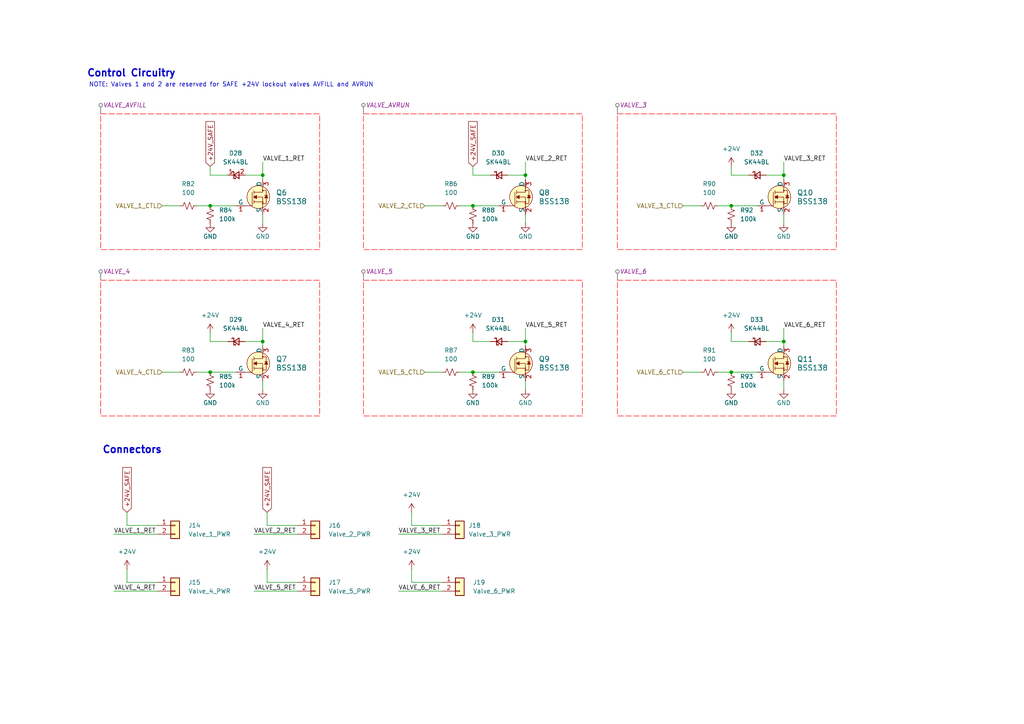
<source format=kicad_sch>
(kicad_sch (version 20250114) (generator "eeschema") (generator_version "9.0")
  (paper "A4")
  (title_block (title "Valve Control") (rev "1.0.0") (company "Queen's Rocket Engineering Team"))
  (lib_symbols
    (symbol "Connector_Generic:Conn_01x02" (pin_names (offset 1.016) (hide yes))
      (property "Reference" "J" (at 0 2.54 0))
      (property "Value" "Conn_01x02" (at 0 -5.08 0))
      (symbol "Conn_01x02_1_1"
        (rectangle (start -1.27 1.27) (end 1.27 -3.81) (stroke (width 0.254)) (fill (type background)))
        (rectangle (start -1.27 0.127) (end 0 -0.127) (stroke (width 0.1524)))
        (rectangle (start -1.27 -2.413) (end 0 -2.667) (stroke (width 0.1524)))
        (pin passive line (at -5.08 0 0) (length 3.81) (name "Pin_1") (number "1"))
        (pin passive line (at -5.08 -2.54 0) (length 3.81) (name "Pin_2") (number "2"))
      )
    )
    (symbol "D_Schottky_Small_1" (pin_names (offset 0.254) (hide yes))
      (property "Reference" "D" (at -1.27 2.032 0))
      (property "Value" "D_Schottky_Small" (at -7.112 -2.032 0))
      (symbol "D_Schottky_Small_1_0_1"
        (polyline (pts (xy -1.27 0.762) (xy -1.27 1.016) (xy -0.762 1.016) (xy -0.762 -1.016) (xy -0.254 -1.016) (xy -0.254 -0.762)) (stroke (width 0.254)))
        (polyline (pts (xy -0.762 0) (xy 0.762 0)))
        (polyline (pts (xy 0.762 -1.016) (xy -0.762 0) (xy 0.762 1.016) (xy 0.762 -1.016)) (stroke (width 0.254)))
      )
      (symbol "D_Schottky_Small_1_1_1"
        (pin passive line (at -2.54 0 0) (length 1.778) (name "K") (number "1"))
        (pin passive line (at 2.54 0 180) (length 1.778) (name "A") (number "2"))
      )
    )
    (symbol "Device:D_Schottky_Small" (pin_numbers (hide yes)) (pin_names (offset 0.254) (hide yes))
      (property "Reference" "D" (at -1.27 2.032 0))
      (property "Value" "D_Schottky_Small" (at -7.112 -2.032 0))
      (symbol "D_Schottky_Small_0_1"
        (polyline (pts (xy -1.27 0.762) (xy -1.27 1.016) (xy -0.762 1.016) (xy -0.762 -1.016) (xy -0.254 -1.016) (xy -0.254 -0.762)) (stroke (width 0.254)))
        (polyline (pts (xy -0.762 0) (xy 0.762 0)))
        (polyline (pts (xy 0.762 -1.016) (xy -0.762 0) (xy 0.762 1.016) (xy 0.762 -1.016)) (stroke (width 0.254)))
      )
      (symbol "D_Schottky_Small_1_1"
        (pin passive line (at -2.54 0 0) (length 1.778) (name "K") (number "1"))
        (pin passive line (at 2.54 0 180) (length 1.778) (name "A") (number "2"))
      )
    )
    (symbol "Device:R_Small_US" (pin_numbers (hide yes)) (pin_names (offset 0.254) (hide yes))
      (property "Reference" "R" (at 0.762 0.508 0))
      (property "Value" "R_Small_US" (at 0.762 -1.016 0))
      (symbol "R_Small_US_1_1"
        (polyline (pts (xy 0 1.524) (xy 1.016 1.143) (xy 0 0.762) (xy -1.016 0.381) (xy 0 0)))
        (polyline (pts (xy 0 0) (xy 1.016 -0.381) (xy 0 -0.762) (xy -1.016 -1.143) (xy 0 -1.524)))
        (pin passive line (at 0 2.54 270) (length 1.016) (name "~") (number "1"))
        (pin passive line (at 0 -2.54 90) (length 1.016) (name "~") (number "2"))
      )
    )
    (symbol "dk_Transistors-FETs-MOSFETs-Single:BSS138" (pin_names (offset 0))
      (property "Reference" "Q" (at -2.6924 3.6322 0))
      (property "Value" "BSS138" (at 3.4544 0 90))
      (symbol "BSS138_0_1"
        (polyline (pts (xy -5.08 -2.54) (xy -3.048 -2.54) (xy -3.048 1.397)))
        (circle (center -1.27 0) (radius 3.302) (fill (type background)))
        (polyline (pts (xy -0.127 -1.905) (xy 1.016 -1.905) (xy 1.016 1.397) (xy 1.016 1.905) (xy -0.127 1.905)))
        (polyline (pts (xy 0 2.54) (xy 0 1.397) (xy -2.54 1.397)))
        (circle (center 0 1.905) (radius 0.127))
        (polyline (pts (xy 0 -1.397) (xy -2.54 -1.397)))
        (circle (center 0 -1.397) (radius 0.127))
        (circle (center 0 -1.905) (radius 0.127))
        (polyline (pts (xy 0 -2.54) (xy 0 0) (xy -2.54 0)))
      )
      (symbol "BSS138_1_1"
        (polyline (pts (xy -2.54 1.905) (xy -2.54 0.889)))
        (polyline (pts (xy -2.54 0) (xy -2.54 0.508)))
        (polyline (pts (xy -2.54 0) (xy -2.54 -0.508)))
        (polyline (pts (xy -2.54 0) (xy -1.778 0.508) (xy -1.778 -0.508) (xy -2.54 0)) (fill (type outline)))
        (polyline (pts (xy -2.54 -1.397) (xy -2.54 -0.889)))
        (polyline (pts (xy -2.54 -1.397) (xy -2.54 -1.905)))
        (polyline (pts (xy 1.016 0.508) (xy 0.508 -0.254) (xy 1.524 -0.254) (xy 1.016 0.508)) (fill (type outline)))
        (polyline (pts (xy 1.524 0.508) (xy 0.508 0.508)))
        (pin bidirectional line (at -7.62 -2.54 0) (length 2.54) (name "G") (number "1"))
        (pin bidirectional line (at 0 5.08 270) (length 2.54) (name "D") (number "3"))
        (pin bidirectional line (at 0 -5.08 90) (length 2.54) (name "S") (number "2"))
      )
    )
    (symbol "power:+24V" (power) (pin_numbers (hide yes)) (pin_names (offset 0) (hide yes))
      (property "Value" "+24V" (at 0 3.556 0))
      (symbol "+24V_0_1"
        (polyline (pts (xy -0.762 1.27) (xy 0 2.54)))
        (polyline (pts (xy 0 2.54) (xy 0.762 1.27)))
        (polyline (pts (xy 0 0) (xy 0 2.54)))
      )
      (symbol "+24V_1_1"
        (pin power_in line (at 0 0 90) (length 0) (name "~") (number "1"))
      )
    )
    (symbol "power:GND" (power) (pin_numbers (hide yes)) (pin_names (offset 0) (hide yes))
      (property "Value" "GND" (at 0 -3.81 0))
      (symbol "GND_0_1"
        (polyline (pts (xy 0 0) (xy 0 -1.27) (xy 1.27 -1.27) (xy 0 -2.54) (xy -1.27 -1.27) (xy 0 -1.27)))
      )
      (symbol "GND_1_1"
        (pin power_in line (at 0 0 270) (length 0) (name "~") (number "1"))
      )
    )
  )
  (text "NOTE: Valves 1 and 2 are reserved for SAFE +24V lockout valves AVFILL and AVRUN" (at 67.056 24.638 0) (effects (font (size 1.27 1.27) (thickness 0.1588))))
  (text "Control Circuitry\n" (at 38.1 21.336 0) (effects (font (size 2.032 2.032) (thickness 0.4064) (bold yes))))
  (text "Connectors" (at 38.354 130.556 0) (effects (font (size 2.032 2.032) (thickness 0.4064) (bold yes))))
  (junction (at 227.33 50.8))
  (junction (at 60.96 107.95))
  (junction (at 152.4 99.06))
  (junction (at 137.16 107.95))
  (junction (at 212.09 107.95))
  (junction (at 227.33 99.06))
  (junction (at 152.4 50.8))
  (junction (at 76.2 50.8))
  (junction (at 212.09 59.69))
  (junction (at 76.2 99.06))
  (junction (at 137.16 59.69))
  (junction (at 60.96 59.69))
  (wire (pts (xy 46.99 59.69) (xy 52.07 59.69)))
  (wire (pts (xy 46.99 107.95) (xy 52.07 107.95)))
  (wire (pts (xy 57.15 107.95) (xy 60.96 107.95)))
  (wire (pts (xy 60.96 107.95) (xy 68.58 107.95)))
  (wire (pts (xy 115.57 171.45) (xy 128.27 171.45)))
  (wire (pts (xy 152.4 110.49) (xy 152.4 113.03)))
  (wire (pts (xy 133.35 107.95) (xy 137.16 107.95)))
  (wire (pts (xy 137.16 96.52) (xy 137.16 99.06)))
  (wire (pts (xy 227.33 50.8) (xy 227.33 52.07)))
  (wire (pts (xy 227.33 110.49) (xy 227.33 113.03)))
  (wire (pts (xy 137.16 107.95) (xy 144.78 107.95)))
  (wire (pts (xy 128.27 168.91) (xy 119.38 168.91)))
  (wire (pts (xy 45.72 168.91) (xy 36.83 168.91)))
  (wire (pts (xy 76.2 62.23) (xy 76.2 64.77)))
  (wire (pts (xy 71.12 50.8) (xy 76.2 50.8)))
  (wire (pts (xy 123.19 107.95) (xy 128.27 107.95)))
  (wire (pts (xy 76.2 99.06) (xy 76.2 100.33)))
  (wire (pts (xy 76.2 95.25) (xy 76.2 99.06)))
  (wire (pts (xy 152.4 99.06) (xy 152.4 100.33)))
  (wire (pts (xy 128.27 152.4) (xy 119.38 152.4)))
  (wire (pts (xy 73.66 171.45) (xy 86.36 171.45)))
  (wire (pts (xy 119.38 165.1) (xy 119.38 168.91)))
  (wire (pts (xy 212.09 59.69) (xy 219.71 59.69)))
  (wire (pts (xy 76.2 50.8) (xy 76.2 52.07)))
  (wire (pts (xy 77.47 148.59) (xy 77.47 152.4)))
  (wire (pts (xy 76.2 110.49) (xy 76.2 113.03)))
  (wire (pts (xy 152.4 62.23) (xy 152.4 64.77)))
  (wire (pts (xy 142.24 50.8) (xy 137.16 50.8)))
  (wire (pts (xy 212.09 48.26) (xy 212.09 50.8)))
  (wire (pts (xy 66.04 50.8) (xy 60.96 50.8)))
  (wire (pts (xy 133.35 59.69) (xy 137.16 59.69)))
  (wire (pts (xy 86.36 168.91) (xy 77.47 168.91)))
  (wire (pts (xy 71.12 99.06) (xy 76.2 99.06)))
  (wire (pts (xy 227.33 99.06) (xy 227.33 100.33)))
  (wire (pts (xy 152.4 46.99) (xy 152.4 50.8)))
  (wire (pts (xy 76.2 46.99) (xy 76.2 50.8)))
  (wire (pts (xy 152.4 95.25) (xy 152.4 99.06)))
  (wire (pts (xy 86.36 152.4) (xy 77.47 152.4)))
  (wire (pts (xy 147.32 50.8) (xy 152.4 50.8)))
  (wire (pts (xy 222.25 50.8) (xy 227.33 50.8)))
  (wire (pts (xy 137.16 48.26) (xy 137.16 50.8)))
  (wire (pts (xy 77.47 165.1) (xy 77.47 168.91)))
  (wire (pts (xy 142.24 99.06) (xy 137.16 99.06)))
  (wire (pts (xy 227.33 95.25) (xy 227.33 99.06)))
  (wire (pts (xy 36.83 165.1) (xy 36.83 168.91)))
  (wire (pts (xy 212.09 96.52) (xy 212.09 99.06)))
  (wire (pts (xy 222.25 99.06) (xy 227.33 99.06)))
  (wire (pts (xy 227.33 46.99) (xy 227.33 50.8)))
  (wire (pts (xy 60.96 59.69) (xy 68.58 59.69)))
  (wire (pts (xy 212.09 107.95) (xy 219.71 107.95)))
  (wire (pts (xy 73.66 154.94) (xy 86.36 154.94)))
  (wire (pts (xy 119.38 148.59) (xy 119.38 152.4)))
  (wire (pts (xy 217.17 50.8) (xy 212.09 50.8)))
  (wire (pts (xy 115.57 154.94) (xy 128.27 154.94)))
  (wire (pts (xy 147.32 99.06) (xy 152.4 99.06)))
  (wire (pts (xy 208.28 107.95) (xy 212.09 107.95)))
  (wire (pts (xy 33.02 154.94) (xy 45.72 154.94)))
  (wire (pts (xy 227.33 62.23) (xy 227.33 64.77)))
  (wire (pts (xy 123.19 59.69) (xy 128.27 59.69)))
  (wire (pts (xy 217.17 99.06) (xy 212.09 99.06)))
  (wire (pts (xy 66.04 99.06) (xy 60.96 99.06)))
  (wire (pts (xy 198.12 107.95) (xy 203.2 107.95)))
  (wire (pts (xy 198.12 59.69) (xy 203.2 59.69)))
  (wire (pts (xy 57.15 59.69) (xy 60.96 59.69)))
  (wire (pts (xy 60.96 96.52) (xy 60.96 99.06)))
  (wire (pts (xy 208.28 59.69) (xy 212.09 59.69)))
  (wire (pts (xy 137.16 59.69) (xy 144.78 59.69)))
  (wire (pts (xy 45.72 152.4) (xy 36.83 152.4)))
  (wire (pts (xy 60.96 48.26) (xy 60.96 50.8)))
  (wire (pts (xy 33.02 171.45) (xy 45.72 171.45)))
  (wire (pts (xy 152.4 50.8) (xy 152.4 52.07)))
  (wire (pts (xy 36.83 148.59) (xy 36.83 152.4)))
  (label "VALVE_6_RET" (at 227.33 95.25 0))
  (label "VALVE_3_RET" (at 115.57 154.94 0))
  (label "VALVE_2_RET" (at 152.4 46.99 0))
  (label "VALVE_2_RET" (at 73.66 154.94 0))
  (label "VALVE_5_RET" (at 73.66 171.45 0))
  (label "VALVE_4_RET" (at 76.2 95.25 0))
  (label "VALVE_1_RET" (at 33.02 154.94 0))
  (label "VALVE_5_RET" (at 152.4 95.25 0))
  (label "VALVE_4_RET" (at 33.02 171.45 0))
  (label "VALVE_3_RET" (at 227.33 46.99 0))
  (label "VALVE_6_RET" (at 115.57 171.45 0))
  (label "VALVE_1_RET" (at 76.2 46.99 0))
  (global_label "+24V_SAFE" (shape input) (at 60.96 48.26 90) (property "Intersheetrefs" "${INTERSHEET_REFS}" (effects (hide yes))))
  (global_label "+24V_SAFE" (shape input) (at 77.47 148.59 90) (property "Intersheetrefs" "${INTERSHEET_REFS}" (effects (hide yes))))
  (global_label "+24V_SAFE" (shape input) (at 137.16 48.26 90) (property "Intersheetrefs" "${INTERSHEET_REFS}" (effects (hide yes))))
  (global_label "+24V_SAFE" (shape input) (at 36.83 148.59 90) (property "Intersheetrefs" "${INTERSHEET_REFS}" (effects (hide yes))))
  (hierarchical_label "VALVE_2_CTL" (shape input) (at 123.19 59.69 180))
  (hierarchical_label "VALVE_4_CTL" (shape input) (at 46.99 107.95 180))
  (hierarchical_label "VALVE_6_CTL" (shape input) (at 198.12 107.95 180))
  (hierarchical_label "VALVE_5_CTL" (shape input) (at 123.19 107.95 180))
  (hierarchical_label "VALVE_1_CTL" (shape input) (at 46.99 59.69 180))
  (hierarchical_label "VALVE_3_CTL" (shape input) (at 198.12 59.69 180))
  (rule_area (polyline (pts (xy 105.41 81.28) (xy 168.91 81.28) (xy 168.91 120.65) (xy 105.41 120.65)) (stroke (width 0) (type dash))))
  (rule_area (polyline (pts (xy 105.41 33.02) (xy 168.91 33.02) (xy 168.91 72.39) (xy 105.41 72.39)) (stroke (width 0) (type dash))))
  (rule_area (polyline (pts (xy 29.21 81.28) (xy 92.71 81.28) (xy 92.71 120.65) (xy 29.21 120.65)) (stroke (width 0) (type dash))))
  (rule_area (polyline (pts (xy 29.21 33.02) (xy 92.71 33.02) (xy 92.71 72.39) (xy 29.21 72.39)) (stroke (width 0) (type dash))))
  (rule_area (polyline (pts (xy 179.07 81.28) (xy 242.57 81.28) (xy 242.57 120.65) (xy 179.07 120.65)) (stroke (width 0) (type dash))))
  (rule_area (polyline (pts (xy 179.07 33.02) (xy 242.57 33.02) (xy 242.57 72.39) (xy 179.07 72.39)) (stroke (width 0) (type dash))))
  (netclass_flag "" (length 2.54) (shape round) (at 179.07 81.28 0) (property "Component Class" "VALVE_6" (at 179.7685 78.74 0) (effects (font (italic yes)) (justify left))))
  (netclass_flag "" (length 2.54) (shape round) (at 105.41 81.28 0) (property "Component Class" "VALVE_5" (at 106.1085 78.74 0) (effects (font (italic yes)) (justify left))))
  (netclass_flag "" (length 2.54) (shape round) (at 29.21 81.28 0) (property "Component Class" "VALVE_4" (at 29.9085 78.74 0) (effects (font (italic yes)) (justify left))))
  (netclass_flag "" (length 2.54) (shape round) (at 105.41 33.02 0) (property "Component Class" "VALVE_AVRUN" (at 106.1085 30.48 0) (effects (font (italic yes)) (justify left))))
  (netclass_flag "" (length 2.54) (shape round) (at 179.07 33.02 0) (property "Component Class" "VALVE_3" (at 179.7685 30.48 0) (effects (font (italic yes)) (justify left))))
  (netclass_flag "" (length 2.54) (shape round) (at 29.21 33.02 0) (property "Component Class" "VALVE_AVFILL" (at 29.9085 30.48 0) (effects (font (italic yes)) (justify left))))
  (symbol (lib_name "D_Schottky_Small_1") (lib_id "Device:D_Schottky_Small") (at 68.58 50.8 0) (unit 1)
    (property "Reference" "D28" (at 68.326 44.45 0))
    (property "Value" "SK44BL" (at 68.326 46.99 0))
    (property "Footprint" "Diode_SMD:D_SMB" (effects (hide yes)))
    (property "Description" "Schottky diode, small symbol" (effects (hide yes)))
    (property "MPN" "SK44BL-TP" (effects (hide yes)))
    (property "LCSC" "C151740" (effects (hide yes)))
  )
  (symbol (lib_id "Device:D_Schottky_Small") (at 144.78 50.8 0) (unit 1)
    (property "Reference" "D30" (at 144.526 44.45 0))
    (property "Value" "SK44BL" (at 144.526 46.99 0))
    (property "Footprint" "Diode_SMD:D_SMB" (effects (hide yes)))
    (property "Description" "Schottky diode, small symbol" (effects (hide yes)))
    (property "MPN" "SK44BL-TP" (effects (hide yes)))
    (property "LCSC" "C151740" (effects (hide yes)))
  )
  (symbol (lib_id "power:GND") (at 76.2 64.77 0) (unit 1)
    (property "Reference" "#PWR0173" (effects (hide yes)))
    (property "Value" "GND" (at 76.2 68.58 0))
    (property "Description" "Power symbol creates a global label with name \"GND\" , ground" (effects (hide yes)))
  )
  (symbol (lib_id "power:GND") (at 137.16 113.03 0) (unit 1)
    (property "Reference" "#PWR0180" (effects (hide yes)))
    (property "Value" "GND" (at 137.16 116.84 0))
    (property "Description" "Power symbol creates a global label with name \"GND\" , ground" (effects (hide yes)))
  )
  (symbol (lib_id "Device:R_Small_US") (at 60.96 110.49 0) (unit 1)
    (property "Reference" "R85" (at 63.5 109.2199 0) (effects (justify left)))
    (property "Value" "100k" (at 63.5 111.7599 0) (effects (justify left)))
    (property "Footprint" "Resistor_SMD:R_0603_1608Metric" (effects (hide yes)))
    (property "Description" "Resistor, small US symbol" (effects (hide yes)))
    (property "MPN" "0402WGJ0104TCE" (effects (hide yes)))
    (property "LCSC" "C25530" (effects (hide yes)))
  )
  (symbol (lib_id "Device:R_Small_US") (at 205.74 59.69 90) (unit 1)
    (property "Reference" "R90" (at 205.74 53.34 90))
    (property "Value" "100" (at 205.74 55.88 90))
    (property "Footprint" "Resistor_SMD:R_0402_1005Metric" (effects (hide yes)))
    (property "Description" "Resistor, small US symbol" (effects (hide yes)))
    (property "MPN" "0402WGF1000TCE" (effects (hide yes)))
    (property "LCSC" "C25076" (effects (hide yes)))
  )
  (symbol (lib_id "power:+24V") (at 60.96 96.52 0) (unit 1)
    (property "Reference" "#PWR0171" (effects (hide yes)))
    (property "Value" "+24V" (at 60.96 91.44 0))
    (property "Description" "Power symbol creates a global label with name \"+24V\"" (effects (hide yes)))
  )
  (symbol (lib_id "power:GND") (at 227.33 64.77 0) (unit 1)
    (property "Reference" "#PWR0187" (effects (hide yes)))
    (property "Value" "GND" (at 227.33 68.58 0))
    (property "Description" "Power symbol creates a global label with name \"GND\" , ground" (effects (hide yes)))
  )
  (symbol (lib_id "Device:R_Small_US") (at 54.61 59.69 90) (unit 1)
    (property "Reference" "R82" (at 54.61 53.34 90))
    (property "Value" "100" (at 54.61 55.88 90))
    (property "Footprint" "Resistor_SMD:R_0402_1005Metric" (effects (hide yes)))
    (property "Description" "Resistor, small US symbol" (effects (hide yes)))
    (property "MPN" "0402WGF1000TCE" (effects (hide yes)))
    (property "LCSC" "C25076" (effects (hide yes)))
  )
  (symbol (lib_id "power:GND") (at 60.96 113.03 0) (unit 1)
    (property "Reference" "#PWR0172" (effects (hide yes)))
    (property "Value" "GND" (at 60.96 116.84 0))
    (property "Description" "Power symbol creates a global label with name \"GND\" , ground" (effects (hide yes)))
  )
  (symbol (lib_id "dk_Transistors-FETs-MOSFETs-Single:BSS138") (at 152.4 57.15 0) (unit 1)
    (property "Reference" "Q8" (at 156.21 55.8799 0) (effects (font (size 1.524 1.524)) (justify left)))
    (property "Value" "BSS138" (at 156.21 58.4199 0) (effects (font (size 1.524 1.524)) (justify left)))
    (property "Footprint" "Package_TO_SOT_SMD:SOT-23-3" (effects (hide yes)))
    (property "Datasheet" "https://www.onsemi.com/pub/Collateral/BSS138-D.PDF" (effects (hide yes)))
    (property "Description" "MOSFET N-CH 50V 220MA SOT-23" (effects (hide yes)))
    (property "MPN" "BSS138" (effects (hide yes)))
    (property "LCSC" "C8490" (effects (hide yes)))
    (property "Category" "Discrete Semiconductor Products" (effects (hide yes)))
    (property "Family" "Transistors - FETs, MOSFETs - Single" (effects (hide yes)))
    (property "DK_Datasheet_Link" "https://www.onsemi.com/pub/Collateral/BSS138-D.PDF" (effects (hide yes)))
    (property "DK_Detail_Page" "/product-detail/en/on-semiconductor/BSS138/BSS138CT-ND/244294" (effects (hide yes)))
    (property "Description_1" "MOSFET N-CH 50V 220MA SOT-23" (effects (hide yes)))
    (property "Manufacturer" "ON Semiconductor" (effects (hide yes)))
    (property "Status" "Active" (effects (hide yes)))
  )
  (symbol (lib_id "dk_Transistors-FETs-MOSFETs-Single:BSS138") (at 227.33 57.15 0) (unit 1)
    (property "Reference" "Q10" (at 231.14 55.8799 0) (effects (font (size 1.524 1.524)) (justify left)))
    (property "Value" "BSS138" (at 231.14 58.4199 0) (effects (font (size 1.524 1.524)) (justify left)))
    (property "Footprint" "Package_TO_SOT_SMD:SOT-23-3" (effects (hide yes)))
    (property "Datasheet" "https://www.onsemi.com/pub/Collateral/BSS138-D.PDF" (effects (hide yes)))
    (property "Description" "MOSFET N-CH 50V 220MA SOT-23" (effects (hide yes)))
    (property "Digi-Key_PN" "BSS138CT-ND" (effects (hide yes)))
    (property "MPN" "BSS138" (effects (hide yes)))
    (property "Category" "Discrete Semiconductor Products" (effects (hide yes)))
    (property "Family" "Transistors - FETs, MOSFETs - Single" (effects (hide yes)))
    (property "DK_Datasheet_Link" "https://www.onsemi.com/pub/Collateral/BSS138-D.PDF" (effects (hide yes)))
    (property "DK_Detail_Page" "/product-detail/en/on-semiconductor/BSS138/BSS138CT-ND/244294" (effects (hide yes)))
    (property "Description_1" "MOSFET N-CH 50V 220MA SOT-23" (effects (hide yes)))
    (property "Manufacturer" "ON Semiconductor" (effects (hide yes)))
    (property "Status" "Active" (effects (hide yes)))
    (property "LCSC" "C8490" (effects (hide yes)))
  )
  (symbol (lib_id "Device:R_Small_US") (at 137.16 110.49 0) (unit 1)
    (property "Reference" "R89" (at 139.7 109.2199 0) (effects (justify left)))
    (property "Value" "100k" (at 139.7 111.7599 0) (effects (justify left)))
    (property "Footprint" "Resistor_SMD:R_0603_1608Metric" (effects (hide yes)))
    (property "Description" "Resistor, small US symbol" (effects (hide yes)))
    (property "MPN" "0402WGJ0104TCE" (effects (hide yes)))
    (property "LCSC" "C25530" (effects (hide yes)))
  )
  (symbol (lib_id "dk_Transistors-FETs-MOSFETs-Single:BSS138") (at 227.33 105.41 0) (unit 1)
    (property "Reference" "Q11" (at 231.14 104.1399 0) (effects (font (size 1.524 1.524)) (justify left)))
    (property "Value" "BSS138" (at 231.14 106.6799 0) (effects (font (size 1.524 1.524)) (justify left)))
    (property "Footprint" "Package_TO_SOT_SMD:SOT-23-3" (effects (hide yes)))
    (property "Datasheet" "https://www.onsemi.com/pub/Collateral/BSS138-D.PDF" (effects (hide yes)))
    (property "Description" "MOSFET N-CH 50V 220MA SOT-23" (effects (hide yes)))
    (property "Digi-Key_PN" "BSS138CT-ND" (effects (hide yes)))
    (property "MPN" "BSS138" (effects (hide yes)))
    (property "Category" "Discrete Semiconductor Products" (effects (hide yes)))
    (property "Family" "Transistors - FETs, MOSFETs - Single" (effects (hide yes)))
    (property "DK_Datasheet_Link" "https://www.onsemi.com/pub/Collateral/BSS138-D.PDF" (effects (hide yes)))
    (property "DK_Detail_Page" "/product-detail/en/on-semiconductor/BSS138/BSS138CT-ND/244294" (effects (hide yes)))
    (property "Description_1" "MOSFET N-CH 50V 220MA SOT-23" (effects (hide yes)))
    (property "Manufacturer" "ON Semiconductor" (effects (hide yes)))
    (property "Status" "Active" (effects (hide yes)))
    (property "LCSC" "C8490" (effects (hide yes)))
  )
  (symbol (lib_id "Device:R_Small_US") (at 205.74 107.95 90) (unit 1)
    (property "Reference" "R91" (at 205.74 101.6 90))
    (property "Value" "100" (at 205.74 104.14 90))
    (property "Footprint" "Resistor_SMD:R_0402_1005Metric" (effects (hide yes)))
    (property "Description" "Resistor, small US symbol" (effects (hide yes)))
    (property "MPN" "0402WGF1000TCE" (effects (hide yes)))
    (property "LCSC" "C25076" (effects (hide yes)))
  )
  (symbol (lib_id "Connector_Generic:Conn_01x02") (at 50.8 152.4 0) (unit 1) (in_bom no)
    (property "Reference" "J14" (at 54.61 152.3999 0) (effects (justify left)))
    (property "Value" "Valve_1_PWR" (at 54.61 154.9399 0) (effects (justify left)))
    (property "Footprint" "Connector_JST:JST_XH_B2B-XH-A_1x02_P2.50mm_Vertical" (effects (hide yes)))
    (property "Description" "Generic connector, single row, 01x02, script generated (kicad-library-utils/schlib/autogen/connector/)" (effects (hide yes)))
    (property "MPN" "XH-2A" (effects (hide yes)))
    (property "LCSC" "C20079" (effects (hide yes)))
  )
  (symbol (lib_id "Connector_Generic:Conn_01x02") (at 133.35 152.4 0) (unit 1) (in_bom no)
    (property "Reference" "J18" (at 135.89 152.3999 0) (effects (justify left)))
    (property "Value" "Valve_3_PWR" (at 135.89 154.9399 0) (effects (justify left)))
    (property "Footprint" "Connector_JST:JST_XH_B2B-XH-A_1x02_P2.50mm_Vertical" (effects (hide yes)))
    (property "Description" "Generic connector, single row, 01x02, script generated (kicad-library-utils/schlib/autogen/connector/)" (effects (hide yes)))
    (property "MPN" "XH-2A" (effects (hide yes)))
    (property "LCSC" "C20079" (effects (hide yes)))
  )
  (symbol (lib_id "Device:R_Small_US") (at 137.16 62.23 0) (unit 1)
    (property "Reference" "R88" (at 139.7 60.9599 0) (effects (justify left)))
    (property "Value" "100k" (at 139.7 63.4999 0) (effects (justify left)))
    (property "Footprint" "Resistor_SMD:R_0603_1608Metric" (effects (hide yes)))
    (property "Description" "Resistor, small US symbol" (effects (hide yes)))
    (property "MPN" "0402WGJ0104TCE" (effects (hide yes)))
    (property "LCSC" "C25530" (effects (hide yes)))
  )
  (symbol (lib_id "power:+24V") (at 212.09 96.52 0) (unit 1)
    (property "Reference" "#PWR0185" (effects (hide yes)))
    (property "Value" "+24V" (at 212.09 91.44 0))
    (property "Description" "Power symbol creates a global label with name \"+24V\"" (effects (hide yes)))
  )
  (symbol (lib_id "dk_Transistors-FETs-MOSFETs-Single:BSS138") (at 152.4 105.41 0) (unit 1)
    (property "Reference" "Q9" (at 156.21 104.1399 0) (effects (font (size 1.524 1.524)) (justify left)))
    (property "Value" "BSS138" (at 156.21 106.6799 0) (effects (font (size 1.524 1.524)) (justify left)))
    (property "Footprint" "Package_TO_SOT_SMD:SOT-23-3" (effects (hide yes)))
    (property "Datasheet" "https://www.onsemi.com/pub/Collateral/BSS138-D.PDF" (effects (hide yes)))
    (property "Description" "MOSFET N-CH 50V 220MA SOT-23" (effects (hide yes)))
    (property "MPN" "BSS138" (effects (hide yes)))
    (property "LCSC" "C8490" (effects (hide yes)))
    (property "Category" "Discrete Semiconductor Products" (effects (hide yes)))
    (property "Family" "Transistors - FETs, MOSFETs - Single" (effects (hide yes)))
    (property "DK_Datasheet_Link" "https://www.onsemi.com/pub/Collateral/BSS138-D.PDF" (effects (hide yes)))
    (property "DK_Detail_Page" "/product-detail/en/on-semiconductor/BSS138/BSS138CT-ND/244294" (effects (hide yes)))
    (property "Description_1" "MOSFET N-CH 50V 220MA SOT-23" (effects (hide yes)))
    (property "Manufacturer" "ON Semiconductor" (effects (hide yes)))
    (property "Status" "Active" (effects (hide yes)))
  )
  (symbol (lib_id "power:GND") (at 152.4 113.03 0) (unit 1)
    (property "Reference" "#PWR0182" (effects (hide yes)))
    (property "Value" "GND" (at 152.4 116.84 0))
    (property "Description" "Power symbol creates a global label with name \"GND\" , ground" (effects (hide yes)))
  )
  (symbol (lib_id "Device:D_Schottky_Small") (at 144.78 99.06 0) (unit 1)
    (property "Reference" "D31" (at 144.526 92.71 0))
    (property "Value" "SK44BL" (at 144.526 95.25 0))
    (property "Footprint" "Diode_SMD:D_SMB" (effects (hide yes)))
    (property "Description" "Schottky diode, small symbol" (effects (hide yes)))
    (property "MPN" "SK44BL-TP" (effects (hide yes)))
    (property "LCSC" "C151740" (effects (hide yes)))
  )
  (symbol (lib_id "power:+24V") (at 137.16 96.52 0) (unit 1)
    (property "Reference" "#PWR0179" (effects (hide yes)))
    (property "Value" "+24V" (at 137.16 91.44 0))
    (property "Description" "Power symbol creates a global label with name \"+24V\"" (effects (hide yes)))
  )
  (symbol (lib_id "Device:R_Small_US") (at 212.09 62.23 0) (unit 1)
    (property "Reference" "R92" (at 214.63 60.9599 0) (effects (justify left)))
    (property "Value" "100k" (at 214.63 63.4999 0) (effects (justify left)))
    (property "Footprint" "Resistor_SMD:R_0603_1608Metric" (effects (hide yes)))
    (property "Description" "Resistor, small US symbol" (effects (hide yes)))
    (property "MPN" "0402WGJ0104TCE" (effects (hide yes)))
    (property "LCSC" "C25530" (effects (hide yes)))
  )
  (symbol (lib_id "power:+24V") (at 36.83 165.1 0) (unit 1)
    (property "Reference" "#PWR0169" (effects (hide yes)))
    (property "Value" "+24V" (at 36.83 160.02 0))
    (property "Description" "Power symbol creates a global label with name \"+24V\"" (effects (hide yes)))
  )
  (symbol (lib_id "power:+24V") (at 119.38 165.1 0) (unit 1)
    (property "Reference" "#PWR0177" (effects (hide yes)))
    (property "Value" "+24V" (at 119.38 160.02 0))
    (property "Description" "Power symbol creates a global label with name \"+24V\"" (effects (hide yes)))
  )
  (symbol (lib_id "dk_Transistors-FETs-MOSFETs-Single:BSS138") (at 76.2 105.41 0) (unit 1)
    (property "Reference" "Q7" (at 80.01 104.1399 0) (effects (font (size 1.524 1.524)) (justify left)))
    (property "Value" "BSS138" (at 80.01 106.6799 0) (effects (font (size 1.524 1.524)) (justify left)))
    (property "Footprint" "Package_TO_SOT_SMD:SOT-23-3" (effects (hide yes)))
    (property "Datasheet" "https://www.onsemi.com/pub/Collateral/BSS138-D.PDF" (effects (hide yes)))
    (property "Description" "MOSFET N-CH 50V 220MA SOT-23" (effects (hide yes)))
    (property "MPN" "BSS138" (effects (hide yes)))
    (property "LCSC" "C8490" (effects (hide yes)))
    (property "Category" "Discrete Semiconductor Products" (effects (hide yes)))
    (property "Family" "Transistors - FETs, MOSFETs - Single" (effects (hide yes)))
    (property "DK_Datasheet_Link" "https://www.onsemi.com/pub/Collateral/BSS138-D.PDF" (effects (hide yes)))
    (property "DK_Detail_Page" "/product-detail/en/on-semiconductor/BSS138/BSS138CT-ND/244294" (effects (hide yes)))
    (property "Description_1" "MOSFET N-CH 50V 220MA SOT-23" (effects (hide yes)))
    (property "Manufacturer" "ON Semiconductor" (effects (hide yes)))
    (property "Status" "Active" (effects (hide yes)))
  )
  (symbol (lib_id "power:GND") (at 212.09 113.03 0) (unit 1)
    (property "Reference" "#PWR0186" (effects (hide yes)))
    (property "Value" "GND" (at 212.09 116.84 0))
    (property "Description" "Power symbol creates a global label with name \"GND\" , ground" (effects (hide yes)))
  )
  (symbol (lib_id "Device:R_Small_US") (at 212.09 110.49 0) (unit 1)
    (property "Reference" "R93" (at 214.63 109.2199 0) (effects (justify left)))
    (property "Value" "100k" (at 214.63 111.7599 0) (effects (justify left)))
    (property "Footprint" "Resistor_SMD:R_0603_1608Metric" (effects (hide yes)))
    (property "Description" "Resistor, small US symbol" (effects (hide yes)))
    (property "MPN" "0402WGJ0104TCE" (effects (hide yes)))
    (property "LCSC" "C25530" (effects (hide yes)))
  )
  (symbol (lib_id "Device:D_Schottky_Small") (at 68.58 99.06 0) (unit 1)
    (property "Reference" "D29" (at 68.326 92.71 0))
    (property "Value" "SK44BL" (at 68.326 95.25 0))
    (property "Footprint" "Diode_SMD:D_SMB" (effects (hide yes)))
    (property "Description" "Schottky diode, small symbol" (effects (hide yes)))
    (property "MPN" "SK44BL-TP" (effects (hide yes)))
    (property "LCSC" "C151740" (effects (hide yes)))
  )
  (symbol (lib_id "Connector_Generic:Conn_01x02") (at 133.35 168.91 0) (unit 1) (in_bom no)
    (property "Reference" "J19" (at 137.16 168.9099 0) (effects (justify left)))
    (property "Value" "Valve_6_PWR" (at 137.16 171.4499 0) (effects (justify left)))
    (property "Footprint" "Connector_JST:JST_XH_B2B-XH-A_1x02_P2.50mm_Vertical" (effects (hide yes)))
    (property "Description" "Generic connector, single row, 01x02, script generated (kicad-library-utils/schlib/autogen/connector/)" (effects (hide yes)))
    (property "MPN" "XH-2A" (effects (hide yes)))
    (property "LCSC" "C20079" (effects (hide yes)))
  )
  (symbol (lib_id "dk_Transistors-FETs-MOSFETs-Single:BSS138") (at 76.2 57.15 0) (unit 1)
    (property "Reference" "Q6" (at 80.01 55.8799 0) (effects (font (size 1.524 1.524)) (justify left)))
    (property "Value" "BSS138" (at 80.01 58.4199 0) (effects (font (size 1.524 1.524)) (justify left)))
    (property "Footprint" "Package_TO_SOT_SMD:SOT-23-3" (effects (hide yes)))
    (property "Datasheet" "https://www.onsemi.com/pub/Collateral/BSS138-D.PDF" (effects (hide yes)))
    (property "Description" "MOSFET N-CH 50V 220MA SOT-23" (effects (hide yes)))
    (property "MPN" "BSS138" (effects (hide yes)))
    (property "LCSC" "C8490" (effects (hide yes)))
    (property "Category" "Discrete Semiconductor Products" (effects (hide yes)))
    (property "Family" "Transistors - FETs, MOSFETs - Single" (effects (hide yes)))
    (property "DK_Datasheet_Link" "https://www.onsemi.com/pub/Collateral/BSS138-D.PDF" (effects (hide yes)))
    (property "DK_Detail_Page" "/product-detail/en/on-semiconductor/BSS138/BSS138CT-ND/244294" (effects (hide yes)))
    (property "Description_1" "MOSFET N-CH 50V 220MA SOT-23" (effects (hide yes)))
    (property "Manufacturer" "ON Semiconductor" (effects (hide yes)))
    (property "Status" "Active" (effects (hide yes)))
  )
  (symbol (lib_id "Connector_Generic:Conn_01x02") (at 91.44 168.91 0) (unit 1) (in_bom no)
    (property "Reference" "J17" (at 95.25 168.9099 0) (effects (justify left)))
    (property "Value" "Valve_5_PWR" (at 95.25 171.4499 0) (effects (justify left)))
    (property "Footprint" "Connector_JST:JST_XH_B2B-XH-A_1x02_P2.50mm_Vertical" (effects (hide yes)))
    (property "Description" "Generic connector, single row, 01x02, script generated (kicad-library-utils/schlib/autogen/connector/)" (effects (hide yes)))
    (property "MPN" "XH-2A" (effects (hide yes)))
    (property "LCSC" "C20079" (effects (hide yes)))
  )
  (symbol (lib_id "Connector_Generic:Conn_01x02") (at 50.8 168.91 0) (unit 1) (in_bom no)
    (property "Reference" "J15" (at 54.61 168.9099 0) (effects (justify left)))
    (property "Value" "Valve_4_PWR" (at 54.61 171.4499 0) (effects (justify left)))
    (property "Footprint" "Connector_JST:JST_XH_B2B-XH-A_1x02_P2.50mm_Vertical" (effects (hide yes)))
    (property "Description" "Generic connector, single row, 01x02, script generated (kicad-library-utils/schlib/autogen/connector/)" (effects (hide yes)))
    (property "MPN" "XH-2A" (effects (hide yes)))
    (property "LCSC" "C20079" (effects (hide yes)))
  )
  (symbol (lib_id "power:GND") (at 60.96 64.77 0) (unit 1)
    (property "Reference" "#PWR0170" (effects (hide yes)))
    (property "Value" "GND" (at 60.96 68.58 0))
    (property "Description" "Power symbol creates a global label with name \"GND\" , ground" (effects (hide yes)))
  )
  (symbol (lib_id "power:GND") (at 227.33 113.03 0) (unit 1)
    (property "Reference" "#PWR0188" (effects (hide yes)))
    (property "Value" "GND" (at 227.33 116.84 0))
    (property "Description" "Power symbol creates a global label with name \"GND\" , ground" (effects (hide yes)))
  )
  (symbol (lib_id "power:GND") (at 152.4 64.77 0) (unit 1)
    (property "Reference" "#PWR0181" (effects (hide yes)))
    (property "Value" "GND" (at 152.4 68.58 0))
    (property "Description" "Power symbol creates a global label with name \"GND\" , ground" (effects (hide yes)))
  )
  (symbol (lib_id "power:+24V") (at 119.38 148.59 0) (unit 1)
    (property "Reference" "#PWR0176" (effects (hide yes)))
    (property "Value" "+24V" (at 119.38 143.51 0))
    (property "Description" "Power symbol creates a global label with name \"+24V\"" (effects (hide yes)))
  )
  (symbol (lib_id "power:+24V") (at 212.09 48.26 0) (unit 1)
    (property "Reference" "#PWR0183" (effects (hide yes)))
    (property "Value" "+24V" (at 212.09 43.18 0))
    (property "Description" "Power symbol creates a global label with name \"+24V\"" (effects (hide yes)))
  )
  (symbol (lib_id "Device:R_Small_US") (at 54.61 107.95 90) (unit 1)
    (property "Reference" "R83" (at 54.61 101.6 90))
    (property "Value" "100" (at 54.61 104.14 90))
    (property "Footprint" "Resistor_SMD:R_0402_1005Metric" (effects (hide yes)))
    (property "Description" "Resistor, small US symbol" (effects (hide yes)))
    (property "MPN" "0402WGF1000TCE" (effects (hide yes)))
    (property "LCSC" "C25076" (effects (hide yes)))
  )
  (symbol (lib_id "Connector_Generic:Conn_01x02") (at 91.44 152.4 0) (unit 1) (in_bom no)
    (property "Reference" "J16" (at 95.25 152.3999 0) (effects (justify left)))
    (property "Value" "Valve_2_PWR" (at 95.25 154.9399 0) (effects (justify left)))
    (property "Footprint" "Connector_JST:JST_XH_B2B-XH-A_1x02_P2.50mm_Vertical" (effects (hide yes)))
    (property "Description" "Generic connector, single row, 01x02, script generated (kicad-library-utils/schlib/autogen/connector/)" (effects (hide yes)))
    (property "MPN" "XH-2A" (effects (hide yes)))
    (property "LCSC" "C20079" (effects (hide yes)))
  )
  (symbol (lib_id "power:GND") (at 212.09 64.77 0) (unit 1)
    (property "Reference" "#PWR0184" (effects (hide yes)))
    (property "Value" "GND" (at 212.09 68.58 0))
    (property "Description" "Power symbol creates a global label with name \"GND\" , ground" (effects (hide yes)))
  )
  (symbol (lib_id "Device:R_Small_US") (at 130.81 107.95 90) (unit 1)
    (property "Reference" "R87" (at 130.81 101.6 90))
    (property "Value" "100" (at 130.81 104.14 90))
    (property "Footprint" "Resistor_SMD:R_0402_1005Metric" (effects (hide yes)))
    (property "Description" "Resistor, small US symbol" (effects (hide yes)))
    (property "MPN" "0402WGF1000TCE" (effects (hide yes)))
    (property "LCSC" "C25076" (effects (hide yes)))
  )
  (symbol (lib_id "power:+24V") (at 77.47 165.1 0) (unit 1)
    (property "Reference" "#PWR0175" (effects (hide yes)))
    (property "Value" "+24V" (at 77.47 160.02 0))
    (property "Description" "Power symbol creates a global label with name \"+24V\"" (effects (hide yes)))
  )
  (symbol (lib_id "Device:R_Small_US") (at 60.96 62.23 0) (unit 1)
    (property "Reference" "R84" (at 63.5 60.9599 0) (effects (justify left)))
    (property "Value" "100k" (at 63.5 63.4999 0) (effects (justify left)))
    (property "Footprint" "Resistor_SMD:R_0603_1608Metric" (effects (hide yes)))
    (property "Description" "Resistor, small US symbol" (effects (hide yes)))
    (property "MPN" "0402WGJ0104TCE" (effects (hide yes)))
    (property "LCSC" "C25530" (effects (hide yes)))
  )
  (symbol (lib_id "power:GND") (at 137.16 64.77 0) (unit 1)
    (property "Reference" "#PWR0178" (effects (hide yes)))
    (property "Value" "GND" (at 137.16 68.58 0))
    (property "Description" "Power symbol creates a global label with name \"GND\" , ground" (effects (hide yes)))
  )
  (symbol (lib_id "Device:D_Schottky_Small") (at 219.71 99.06 0) (unit 1)
    (property "Reference" "D33" (at 219.456 92.71 0))
    (property "Value" "SK44BL" (at 219.456 95.25 0))
    (property "Footprint" "Diode_SMD:D_SMB" (effects (hide yes)))
    (property "Description" "Schottky diode, small symbol" (effects (hide yes)))
    (property "MPN" "SK44BL-TP" (effects (hide yes)))
    (property "LCSC" "C151740" (effects (hide yes)))
  )
  (symbol (lib_id "power:GND") (at 76.2 113.03 0) (unit 1)
    (property "Reference" "#PWR0174" (effects (hide yes)))
    (property "Value" "GND" (at 76.2 116.84 0))
    (property "Description" "Power symbol creates a global label with name \"GND\" , ground" (effects (hide yes)))
  )
  (symbol (lib_id "Device:R_Small_US") (at 130.81 59.69 90) (unit 1)
    (property "Reference" "R86" (at 130.81 53.34 90))
    (property "Value" "100" (at 130.81 55.88 90))
    (property "Footprint" "Resistor_SMD:R_0402_1005Metric" (effects (hide yes)))
    (property "Description" "Resistor, small US symbol" (effects (hide yes)))
    (property "MPN" "0402WGF1000TCE" (effects (hide yes)))
    (property "LCSC" "C25076" (effects (hide yes)))
  )
  (symbol (lib_id "Device:D_Schottky_Small") (at 219.71 50.8 0) (unit 1)
    (property "Reference" "D32" (at 219.456 44.45 0))
    (property "Value" "SK44BL" (at 219.456 46.99 0))
    (property "Footprint" "Diode_SMD:D_SMB" (effects (hide yes)))
    (property "Description" "Schottky diode, small symbol" (effects (hide yes)))
    (property "MPN" "SK44BL-TP" (effects (hide yes)))
    (property "LCSC" "C151740" (effects (hide yes)))
  )
)
</source>
